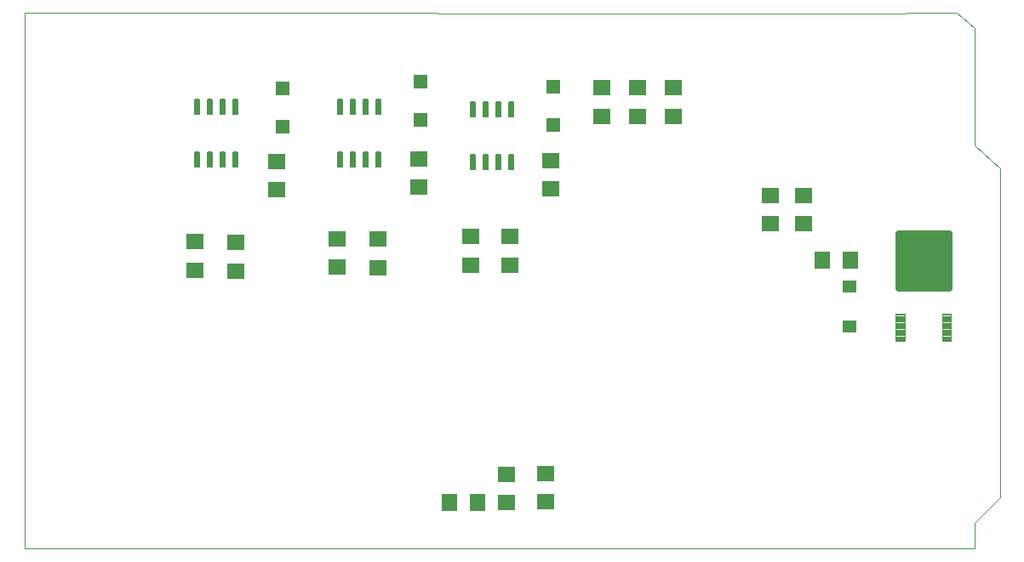
<source format=gtp>
G75*
%MOIN*%
%OFA0B0*%
%FSLAX25Y25*%
%IPPOS*%
%LPD*%
%AMOC8*
5,1,8,0,0,1.08239X$1,22.5*
%
%ADD10C,0.00000*%
%ADD11R,0.07098X0.06299*%
%ADD12R,0.07087X0.06299*%
%ADD13R,0.05512X0.05512*%
%ADD14R,0.06299X0.07087*%
%ADD15C,0.00581*%
%ADD16R,0.05512X0.04724*%
%ADD17C,0.02217*%
%ADD18C,0.00382*%
D10*
X0005000Y0005000D02*
X0005000Y0215000D01*
X0330921Y0214701D01*
X0370000Y0215000D01*
X0377000Y0209000D01*
X0377000Y0163000D01*
X0387000Y0154000D01*
X0387000Y0025000D01*
X0377000Y0015000D01*
X0377000Y0005000D01*
X0005000Y0005000D01*
D11*
X0193898Y0023047D03*
X0209102Y0023339D03*
X0209102Y0034535D03*
X0193898Y0034244D03*
X0087677Y0113835D03*
X0071929Y0114071D03*
X0071929Y0125268D03*
X0087677Y0125031D03*
X0127614Y0126504D03*
X0143362Y0126268D03*
X0143362Y0115071D03*
X0127614Y0115307D03*
X0179890Y0116071D03*
X0195244Y0116228D03*
X0195244Y0127425D03*
X0179890Y0127268D03*
X0231000Y0174402D03*
X0245000Y0174402D03*
X0259000Y0174402D03*
X0259000Y0185598D03*
X0245000Y0185598D03*
X0231000Y0185598D03*
D12*
X0211268Y0157236D03*
X0211268Y0146213D03*
X0159386Y0146772D03*
X0159386Y0157795D03*
X0103937Y0156835D03*
X0103937Y0145811D03*
X0297000Y0143512D03*
X0310000Y0143512D03*
X0310000Y0132488D03*
X0297000Y0132488D03*
D13*
X0212063Y0171142D03*
X0212063Y0186102D03*
X0160000Y0188165D03*
X0160000Y0173205D03*
X0106000Y0170331D03*
X0106000Y0185291D03*
D14*
X0317488Y0118000D03*
X0328512Y0118000D03*
X0182496Y0023150D03*
X0171472Y0023150D03*
D15*
X0179629Y0153845D02*
X0179629Y0159485D01*
X0181371Y0159485D01*
X0181371Y0153845D01*
X0179629Y0153845D01*
X0179629Y0154425D02*
X0181371Y0154425D01*
X0181371Y0155005D02*
X0179629Y0155005D01*
X0179629Y0155585D02*
X0181371Y0155585D01*
X0181371Y0156165D02*
X0179629Y0156165D01*
X0179629Y0156745D02*
X0181371Y0156745D01*
X0181371Y0157325D02*
X0179629Y0157325D01*
X0179629Y0157905D02*
X0181371Y0157905D01*
X0181371Y0158485D02*
X0179629Y0158485D01*
X0179629Y0159065D02*
X0181371Y0159065D01*
X0184629Y0159485D02*
X0184629Y0153845D01*
X0184629Y0159485D02*
X0186371Y0159485D01*
X0186371Y0153845D01*
X0184629Y0153845D01*
X0184629Y0154425D02*
X0186371Y0154425D01*
X0186371Y0155005D02*
X0184629Y0155005D01*
X0184629Y0155585D02*
X0186371Y0155585D01*
X0186371Y0156165D02*
X0184629Y0156165D01*
X0184629Y0156745D02*
X0186371Y0156745D01*
X0186371Y0157325D02*
X0184629Y0157325D01*
X0184629Y0157905D02*
X0186371Y0157905D01*
X0186371Y0158485D02*
X0184629Y0158485D01*
X0184629Y0159065D02*
X0186371Y0159065D01*
X0189629Y0159485D02*
X0189629Y0153845D01*
X0189629Y0159485D02*
X0191371Y0159485D01*
X0191371Y0153845D01*
X0189629Y0153845D01*
X0189629Y0154425D02*
X0191371Y0154425D01*
X0191371Y0155005D02*
X0189629Y0155005D01*
X0189629Y0155585D02*
X0191371Y0155585D01*
X0191371Y0156165D02*
X0189629Y0156165D01*
X0189629Y0156745D02*
X0191371Y0156745D01*
X0191371Y0157325D02*
X0189629Y0157325D01*
X0189629Y0157905D02*
X0191371Y0157905D01*
X0191371Y0158485D02*
X0189629Y0158485D01*
X0189629Y0159065D02*
X0191371Y0159065D01*
X0194629Y0159485D02*
X0194629Y0153845D01*
X0194629Y0159485D02*
X0196371Y0159485D01*
X0196371Y0153845D01*
X0194629Y0153845D01*
X0194629Y0154425D02*
X0196371Y0154425D01*
X0196371Y0155005D02*
X0194629Y0155005D01*
X0194629Y0155585D02*
X0196371Y0155585D01*
X0196371Y0156165D02*
X0194629Y0156165D01*
X0194629Y0156745D02*
X0196371Y0156745D01*
X0196371Y0157325D02*
X0194629Y0157325D01*
X0194629Y0157905D02*
X0196371Y0157905D01*
X0196371Y0158485D02*
X0194629Y0158485D01*
X0194629Y0159065D02*
X0196371Y0159065D01*
X0194629Y0174515D02*
X0194629Y0180155D01*
X0196371Y0180155D01*
X0196371Y0174515D01*
X0194629Y0174515D01*
X0194629Y0175095D02*
X0196371Y0175095D01*
X0196371Y0175675D02*
X0194629Y0175675D01*
X0194629Y0176255D02*
X0196371Y0176255D01*
X0196371Y0176835D02*
X0194629Y0176835D01*
X0194629Y0177415D02*
X0196371Y0177415D01*
X0196371Y0177995D02*
X0194629Y0177995D01*
X0194629Y0178575D02*
X0196371Y0178575D01*
X0196371Y0179155D02*
X0194629Y0179155D01*
X0194629Y0179735D02*
X0196371Y0179735D01*
X0189629Y0180155D02*
X0189629Y0174515D01*
X0189629Y0180155D02*
X0191371Y0180155D01*
X0191371Y0174515D01*
X0189629Y0174515D01*
X0189629Y0175095D02*
X0191371Y0175095D01*
X0191371Y0175675D02*
X0189629Y0175675D01*
X0189629Y0176255D02*
X0191371Y0176255D01*
X0191371Y0176835D02*
X0189629Y0176835D01*
X0189629Y0177415D02*
X0191371Y0177415D01*
X0191371Y0177995D02*
X0189629Y0177995D01*
X0189629Y0178575D02*
X0191371Y0178575D01*
X0191371Y0179155D02*
X0189629Y0179155D01*
X0189629Y0179735D02*
X0191371Y0179735D01*
X0184629Y0180155D02*
X0184629Y0174515D01*
X0184629Y0180155D02*
X0186371Y0180155D01*
X0186371Y0174515D01*
X0184629Y0174515D01*
X0184629Y0175095D02*
X0186371Y0175095D01*
X0186371Y0175675D02*
X0184629Y0175675D01*
X0184629Y0176255D02*
X0186371Y0176255D01*
X0186371Y0176835D02*
X0184629Y0176835D01*
X0184629Y0177415D02*
X0186371Y0177415D01*
X0186371Y0177995D02*
X0184629Y0177995D01*
X0184629Y0178575D02*
X0186371Y0178575D01*
X0186371Y0179155D02*
X0184629Y0179155D01*
X0184629Y0179735D02*
X0186371Y0179735D01*
X0179629Y0180155D02*
X0179629Y0174515D01*
X0179629Y0180155D02*
X0181371Y0180155D01*
X0181371Y0174515D01*
X0179629Y0174515D01*
X0179629Y0175095D02*
X0181371Y0175095D01*
X0181371Y0175675D02*
X0179629Y0175675D01*
X0179629Y0176255D02*
X0181371Y0176255D01*
X0181371Y0176835D02*
X0179629Y0176835D01*
X0179629Y0177415D02*
X0181371Y0177415D01*
X0181371Y0177995D02*
X0179629Y0177995D01*
X0179629Y0178575D02*
X0181371Y0178575D01*
X0181371Y0179155D02*
X0179629Y0179155D01*
X0179629Y0179735D02*
X0181371Y0179735D01*
X0142629Y0181155D02*
X0142629Y0175515D01*
X0142629Y0181155D02*
X0144371Y0181155D01*
X0144371Y0175515D01*
X0142629Y0175515D01*
X0142629Y0176095D02*
X0144371Y0176095D01*
X0144371Y0176675D02*
X0142629Y0176675D01*
X0142629Y0177255D02*
X0144371Y0177255D01*
X0144371Y0177835D02*
X0142629Y0177835D01*
X0142629Y0178415D02*
X0144371Y0178415D01*
X0144371Y0178995D02*
X0142629Y0178995D01*
X0142629Y0179575D02*
X0144371Y0179575D01*
X0144371Y0180155D02*
X0142629Y0180155D01*
X0142629Y0180735D02*
X0144371Y0180735D01*
X0137629Y0181155D02*
X0137629Y0175515D01*
X0137629Y0181155D02*
X0139371Y0181155D01*
X0139371Y0175515D01*
X0137629Y0175515D01*
X0137629Y0176095D02*
X0139371Y0176095D01*
X0139371Y0176675D02*
X0137629Y0176675D01*
X0137629Y0177255D02*
X0139371Y0177255D01*
X0139371Y0177835D02*
X0137629Y0177835D01*
X0137629Y0178415D02*
X0139371Y0178415D01*
X0139371Y0178995D02*
X0137629Y0178995D01*
X0137629Y0179575D02*
X0139371Y0179575D01*
X0139371Y0180155D02*
X0137629Y0180155D01*
X0137629Y0180735D02*
X0139371Y0180735D01*
X0132629Y0181155D02*
X0132629Y0175515D01*
X0132629Y0181155D02*
X0134371Y0181155D01*
X0134371Y0175515D01*
X0132629Y0175515D01*
X0132629Y0176095D02*
X0134371Y0176095D01*
X0134371Y0176675D02*
X0132629Y0176675D01*
X0132629Y0177255D02*
X0134371Y0177255D01*
X0134371Y0177835D02*
X0132629Y0177835D01*
X0132629Y0178415D02*
X0134371Y0178415D01*
X0134371Y0178995D02*
X0132629Y0178995D01*
X0132629Y0179575D02*
X0134371Y0179575D01*
X0134371Y0180155D02*
X0132629Y0180155D01*
X0132629Y0180735D02*
X0134371Y0180735D01*
X0127629Y0181155D02*
X0127629Y0175515D01*
X0127629Y0181155D02*
X0129371Y0181155D01*
X0129371Y0175515D01*
X0127629Y0175515D01*
X0127629Y0176095D02*
X0129371Y0176095D01*
X0129371Y0176675D02*
X0127629Y0176675D01*
X0127629Y0177255D02*
X0129371Y0177255D01*
X0129371Y0177835D02*
X0127629Y0177835D01*
X0127629Y0178415D02*
X0129371Y0178415D01*
X0129371Y0178995D02*
X0127629Y0178995D01*
X0127629Y0179575D02*
X0129371Y0179575D01*
X0129371Y0180155D02*
X0127629Y0180155D01*
X0127629Y0180735D02*
X0129371Y0180735D01*
X0086629Y0181155D02*
X0086629Y0175515D01*
X0086629Y0181155D02*
X0088371Y0181155D01*
X0088371Y0175515D01*
X0086629Y0175515D01*
X0086629Y0176095D02*
X0088371Y0176095D01*
X0088371Y0176675D02*
X0086629Y0176675D01*
X0086629Y0177255D02*
X0088371Y0177255D01*
X0088371Y0177835D02*
X0086629Y0177835D01*
X0086629Y0178415D02*
X0088371Y0178415D01*
X0088371Y0178995D02*
X0086629Y0178995D01*
X0086629Y0179575D02*
X0088371Y0179575D01*
X0088371Y0180155D02*
X0086629Y0180155D01*
X0086629Y0180735D02*
X0088371Y0180735D01*
X0081629Y0181155D02*
X0081629Y0175515D01*
X0081629Y0181155D02*
X0083371Y0181155D01*
X0083371Y0175515D01*
X0081629Y0175515D01*
X0081629Y0176095D02*
X0083371Y0176095D01*
X0083371Y0176675D02*
X0081629Y0176675D01*
X0081629Y0177255D02*
X0083371Y0177255D01*
X0083371Y0177835D02*
X0081629Y0177835D01*
X0081629Y0178415D02*
X0083371Y0178415D01*
X0083371Y0178995D02*
X0081629Y0178995D01*
X0081629Y0179575D02*
X0083371Y0179575D01*
X0083371Y0180155D02*
X0081629Y0180155D01*
X0081629Y0180735D02*
X0083371Y0180735D01*
X0076629Y0181155D02*
X0076629Y0175515D01*
X0076629Y0181155D02*
X0078371Y0181155D01*
X0078371Y0175515D01*
X0076629Y0175515D01*
X0076629Y0176095D02*
X0078371Y0176095D01*
X0078371Y0176675D02*
X0076629Y0176675D01*
X0076629Y0177255D02*
X0078371Y0177255D01*
X0078371Y0177835D02*
X0076629Y0177835D01*
X0076629Y0178415D02*
X0078371Y0178415D01*
X0078371Y0178995D02*
X0076629Y0178995D01*
X0076629Y0179575D02*
X0078371Y0179575D01*
X0078371Y0180155D02*
X0076629Y0180155D01*
X0076629Y0180735D02*
X0078371Y0180735D01*
X0071629Y0181155D02*
X0071629Y0175515D01*
X0071629Y0181155D02*
X0073371Y0181155D01*
X0073371Y0175515D01*
X0071629Y0175515D01*
X0071629Y0176095D02*
X0073371Y0176095D01*
X0073371Y0176675D02*
X0071629Y0176675D01*
X0071629Y0177255D02*
X0073371Y0177255D01*
X0073371Y0177835D02*
X0071629Y0177835D01*
X0071629Y0178415D02*
X0073371Y0178415D01*
X0073371Y0178995D02*
X0071629Y0178995D01*
X0071629Y0179575D02*
X0073371Y0179575D01*
X0073371Y0180155D02*
X0071629Y0180155D01*
X0071629Y0180735D02*
X0073371Y0180735D01*
X0071629Y0160485D02*
X0071629Y0154845D01*
X0071629Y0160485D02*
X0073371Y0160485D01*
X0073371Y0154845D01*
X0071629Y0154845D01*
X0071629Y0155425D02*
X0073371Y0155425D01*
X0073371Y0156005D02*
X0071629Y0156005D01*
X0071629Y0156585D02*
X0073371Y0156585D01*
X0073371Y0157165D02*
X0071629Y0157165D01*
X0071629Y0157745D02*
X0073371Y0157745D01*
X0073371Y0158325D02*
X0071629Y0158325D01*
X0071629Y0158905D02*
X0073371Y0158905D01*
X0073371Y0159485D02*
X0071629Y0159485D01*
X0071629Y0160065D02*
X0073371Y0160065D01*
X0076629Y0160485D02*
X0076629Y0154845D01*
X0076629Y0160485D02*
X0078371Y0160485D01*
X0078371Y0154845D01*
X0076629Y0154845D01*
X0076629Y0155425D02*
X0078371Y0155425D01*
X0078371Y0156005D02*
X0076629Y0156005D01*
X0076629Y0156585D02*
X0078371Y0156585D01*
X0078371Y0157165D02*
X0076629Y0157165D01*
X0076629Y0157745D02*
X0078371Y0157745D01*
X0078371Y0158325D02*
X0076629Y0158325D01*
X0076629Y0158905D02*
X0078371Y0158905D01*
X0078371Y0159485D02*
X0076629Y0159485D01*
X0076629Y0160065D02*
X0078371Y0160065D01*
X0081629Y0160485D02*
X0081629Y0154845D01*
X0081629Y0160485D02*
X0083371Y0160485D01*
X0083371Y0154845D01*
X0081629Y0154845D01*
X0081629Y0155425D02*
X0083371Y0155425D01*
X0083371Y0156005D02*
X0081629Y0156005D01*
X0081629Y0156585D02*
X0083371Y0156585D01*
X0083371Y0157165D02*
X0081629Y0157165D01*
X0081629Y0157745D02*
X0083371Y0157745D01*
X0083371Y0158325D02*
X0081629Y0158325D01*
X0081629Y0158905D02*
X0083371Y0158905D01*
X0083371Y0159485D02*
X0081629Y0159485D01*
X0081629Y0160065D02*
X0083371Y0160065D01*
X0086629Y0160485D02*
X0086629Y0154845D01*
X0086629Y0160485D02*
X0088371Y0160485D01*
X0088371Y0154845D01*
X0086629Y0154845D01*
X0086629Y0155425D02*
X0088371Y0155425D01*
X0088371Y0156005D02*
X0086629Y0156005D01*
X0086629Y0156585D02*
X0088371Y0156585D01*
X0088371Y0157165D02*
X0086629Y0157165D01*
X0086629Y0157745D02*
X0088371Y0157745D01*
X0088371Y0158325D02*
X0086629Y0158325D01*
X0086629Y0158905D02*
X0088371Y0158905D01*
X0088371Y0159485D02*
X0086629Y0159485D01*
X0086629Y0160065D02*
X0088371Y0160065D01*
X0127629Y0160485D02*
X0127629Y0154845D01*
X0127629Y0160485D02*
X0129371Y0160485D01*
X0129371Y0154845D01*
X0127629Y0154845D01*
X0127629Y0155425D02*
X0129371Y0155425D01*
X0129371Y0156005D02*
X0127629Y0156005D01*
X0127629Y0156585D02*
X0129371Y0156585D01*
X0129371Y0157165D02*
X0127629Y0157165D01*
X0127629Y0157745D02*
X0129371Y0157745D01*
X0129371Y0158325D02*
X0127629Y0158325D01*
X0127629Y0158905D02*
X0129371Y0158905D01*
X0129371Y0159485D02*
X0127629Y0159485D01*
X0127629Y0160065D02*
X0129371Y0160065D01*
X0132629Y0160485D02*
X0132629Y0154845D01*
X0132629Y0160485D02*
X0134371Y0160485D01*
X0134371Y0154845D01*
X0132629Y0154845D01*
X0132629Y0155425D02*
X0134371Y0155425D01*
X0134371Y0156005D02*
X0132629Y0156005D01*
X0132629Y0156585D02*
X0134371Y0156585D01*
X0134371Y0157165D02*
X0132629Y0157165D01*
X0132629Y0157745D02*
X0134371Y0157745D01*
X0134371Y0158325D02*
X0132629Y0158325D01*
X0132629Y0158905D02*
X0134371Y0158905D01*
X0134371Y0159485D02*
X0132629Y0159485D01*
X0132629Y0160065D02*
X0134371Y0160065D01*
X0137629Y0160485D02*
X0137629Y0154845D01*
X0137629Y0160485D02*
X0139371Y0160485D01*
X0139371Y0154845D01*
X0137629Y0154845D01*
X0137629Y0155425D02*
X0139371Y0155425D01*
X0139371Y0156005D02*
X0137629Y0156005D01*
X0137629Y0156585D02*
X0139371Y0156585D01*
X0139371Y0157165D02*
X0137629Y0157165D01*
X0137629Y0157745D02*
X0139371Y0157745D01*
X0139371Y0158325D02*
X0137629Y0158325D01*
X0137629Y0158905D02*
X0139371Y0158905D01*
X0139371Y0159485D02*
X0137629Y0159485D01*
X0137629Y0160065D02*
X0139371Y0160065D01*
X0142629Y0160485D02*
X0142629Y0154845D01*
X0142629Y0160485D02*
X0144371Y0160485D01*
X0144371Y0154845D01*
X0142629Y0154845D01*
X0142629Y0155425D02*
X0144371Y0155425D01*
X0144371Y0156005D02*
X0142629Y0156005D01*
X0142629Y0156585D02*
X0144371Y0156585D01*
X0144371Y0157165D02*
X0142629Y0157165D01*
X0142629Y0157745D02*
X0144371Y0157745D01*
X0144371Y0158325D02*
X0142629Y0158325D01*
X0142629Y0158905D02*
X0144371Y0158905D01*
X0144371Y0159485D02*
X0142629Y0159485D01*
X0142629Y0160065D02*
X0144371Y0160065D01*
D16*
X0328000Y0107874D03*
X0328000Y0092126D03*
D17*
X0347026Y0107002D02*
X0366974Y0107002D01*
X0347026Y0107002D02*
X0347026Y0128762D01*
X0366974Y0128762D01*
X0366974Y0107002D01*
X0366974Y0109218D02*
X0347026Y0109218D01*
X0347026Y0111434D02*
X0366974Y0111434D01*
X0366974Y0113650D02*
X0347026Y0113650D01*
X0347026Y0115866D02*
X0366974Y0115866D01*
X0366974Y0118082D02*
X0347026Y0118082D01*
X0347026Y0120298D02*
X0366974Y0120298D01*
X0366974Y0122514D02*
X0347026Y0122514D01*
X0347026Y0124730D02*
X0366974Y0124730D01*
X0366974Y0126946D02*
X0347026Y0126946D01*
D18*
X0346266Y0086321D02*
X0349702Y0086321D01*
X0346266Y0086321D02*
X0346266Y0097081D01*
X0349702Y0097081D01*
X0349702Y0086321D01*
X0349702Y0086702D02*
X0346266Y0086702D01*
X0346266Y0087083D02*
X0349702Y0087083D01*
X0349702Y0087464D02*
X0346266Y0087464D01*
X0346266Y0087845D02*
X0349702Y0087845D01*
X0349702Y0088226D02*
X0346266Y0088226D01*
X0346266Y0088607D02*
X0349702Y0088607D01*
X0349702Y0088988D02*
X0346266Y0088988D01*
X0346266Y0089369D02*
X0349702Y0089369D01*
X0349702Y0089750D02*
X0346266Y0089750D01*
X0346266Y0090131D02*
X0349702Y0090131D01*
X0349702Y0090512D02*
X0346266Y0090512D01*
X0346266Y0090893D02*
X0349702Y0090893D01*
X0349702Y0091274D02*
X0346266Y0091274D01*
X0346266Y0091655D02*
X0349702Y0091655D01*
X0349702Y0092036D02*
X0346266Y0092036D01*
X0346266Y0092417D02*
X0349702Y0092417D01*
X0349702Y0092798D02*
X0346266Y0092798D01*
X0346266Y0093179D02*
X0349702Y0093179D01*
X0349702Y0093560D02*
X0346266Y0093560D01*
X0346266Y0093941D02*
X0349702Y0093941D01*
X0349702Y0094322D02*
X0346266Y0094322D01*
X0346266Y0094703D02*
X0349702Y0094703D01*
X0349702Y0095084D02*
X0346266Y0095084D01*
X0346266Y0095465D02*
X0349702Y0095465D01*
X0349702Y0095846D02*
X0346266Y0095846D01*
X0346266Y0096227D02*
X0349702Y0096227D01*
X0349702Y0096608D02*
X0346266Y0096608D01*
X0346266Y0096989D02*
X0349702Y0096989D01*
X0364298Y0086321D02*
X0367734Y0086321D01*
X0364298Y0086321D02*
X0364298Y0097081D01*
X0367734Y0097081D01*
X0367734Y0086321D01*
X0367734Y0086702D02*
X0364298Y0086702D01*
X0364298Y0087083D02*
X0367734Y0087083D01*
X0367734Y0087464D02*
X0364298Y0087464D01*
X0364298Y0087845D02*
X0367734Y0087845D01*
X0367734Y0088226D02*
X0364298Y0088226D01*
X0364298Y0088607D02*
X0367734Y0088607D01*
X0367734Y0088988D02*
X0364298Y0088988D01*
X0364298Y0089369D02*
X0367734Y0089369D01*
X0367734Y0089750D02*
X0364298Y0089750D01*
X0364298Y0090131D02*
X0367734Y0090131D01*
X0367734Y0090512D02*
X0364298Y0090512D01*
X0364298Y0090893D02*
X0367734Y0090893D01*
X0367734Y0091274D02*
X0364298Y0091274D01*
X0364298Y0091655D02*
X0367734Y0091655D01*
X0367734Y0092036D02*
X0364298Y0092036D01*
X0364298Y0092417D02*
X0367734Y0092417D01*
X0367734Y0092798D02*
X0364298Y0092798D01*
X0364298Y0093179D02*
X0367734Y0093179D01*
X0367734Y0093560D02*
X0364298Y0093560D01*
X0364298Y0093941D02*
X0367734Y0093941D01*
X0367734Y0094322D02*
X0364298Y0094322D01*
X0364298Y0094703D02*
X0367734Y0094703D01*
X0367734Y0095084D02*
X0364298Y0095084D01*
X0364298Y0095465D02*
X0367734Y0095465D01*
X0367734Y0095846D02*
X0364298Y0095846D01*
X0364298Y0096227D02*
X0367734Y0096227D01*
X0367734Y0096608D02*
X0364298Y0096608D01*
X0364298Y0096989D02*
X0367734Y0096989D01*
M02*

</source>
